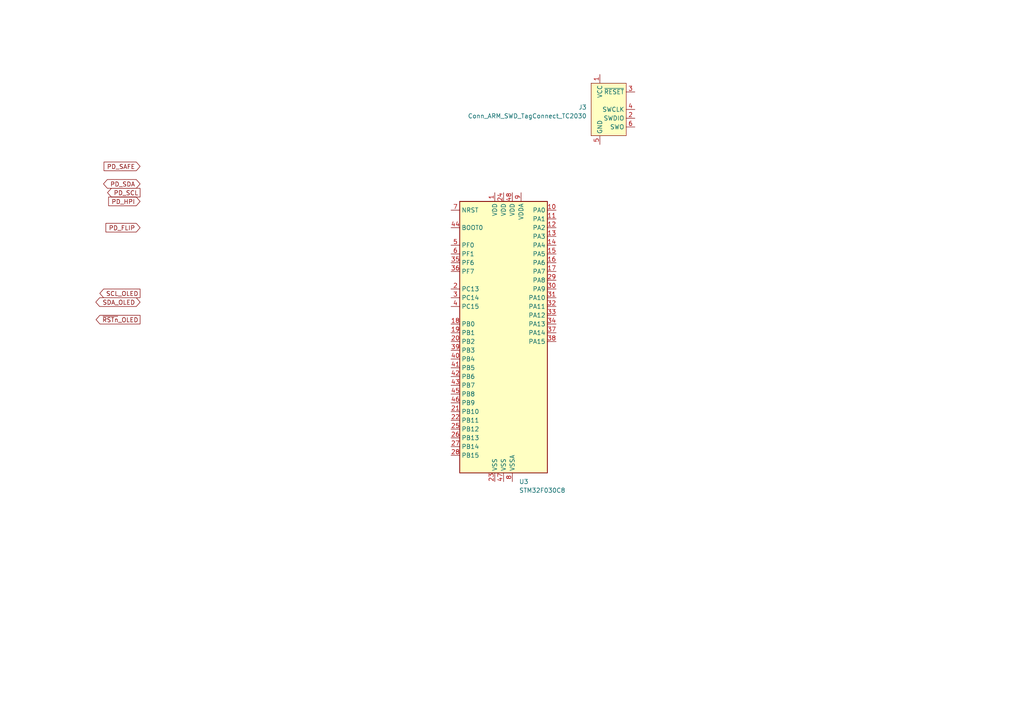
<source format=kicad_sch>
(kicad_sch (version 20230121) (generator eeschema)
  (paper "A4")
  (lib_symbols
    (symbol "Connector:Conn_ARM_SWD_TagConnect_TC2030" (in_bom no)
      (property "Reference" "J" (at 2.54 11.43 0))
      (property "Value" "Conn_ARM_SWD_TagConnect_TC2030" (at 5.08 8.89 0))
      (symbol "Conn_ARM_SWD_TagConnect_TC2030_0_0"
        (pin power_in line (at -2.54 10.16 270) (length 2.54) (name "VCC") (number "1"))
        (pin bidirectional line (at 7.62 -2.54 180) (length 2.54) (name "SWDIO") (number "2"))
        (pin open_collector line (at 7.62 5.08 180) (length 2.54) (name "~{RESET}") (number "3"))
        (pin output line (at 7.62 0 180) (length 2.54) (name "SWCLK") (number "4"))
        (pin power_in line (at -2.54 -10.16 90) (length 2.54) (name "GND") (number "5"))
        (pin input line (at 7.62 -5.08 180) (length 2.54) (name "SWO") (number "6"))
      )
      (symbol "Conn_ARM_SWD_TagConnect_TC2030_0_1"
        (rectangle (start -5.08 7.62) (end 5.08 -7.62) (fill (type background)))
      )
    )
    (symbol "Symbols:STM32F030C8"
      (property "Reference" "U" (at -12.7 41.91 0))
      (property "Value" "STM32F030C8" (at 7.62 41.91 0))
      (symbol "STM32F030C8_0_1"
        (rectangle (start -12.7 -38.1) (end 12.7 40.64) (stroke (width 0.254)) (fill (type background)))
      )
      (symbol "STM32F030C8_1_1"
        (pin power_in line (at -2.54 43.18 270) (length 2.54) (name "VDD") (number "1"))
        (pin bidirectional line (at 15.24 38.1 180) (length 2.54) (name "PA0") (number "10"))
        (pin bidirectional line (at 15.24 35.56 180) (length 2.54) (name "PA1") (number "11"))
        (pin bidirectional line (at 15.24 33.02 180) (length 2.54) (name "PA2") (number "12"))
        (pin bidirectional line (at 15.24 30.48 180) (length 2.54) (name "PA3") (number "13"))
        (pin bidirectional line (at 15.24 27.94 180) (length 2.54) (name "PA4") (number "14"))
        (pin bidirectional line (at 15.24 25.4 180) (length 2.54) (name "PA5") (number "15"))
        (pin bidirectional line (at 15.24 22.86 180) (length 2.54) (name "PA6") (number "16"))
        (pin bidirectional line (at 15.24 20.32 180) (length 2.54) (name "PA7") (number "17"))
        (pin bidirectional line (at -15.24 5.08 0) (length 2.54) (name "PB0") (number "18"))
        (pin bidirectional line (at -15.24 2.54 0) (length 2.54) (name "PB1") (number "19"))
        (pin bidirectional line (at -15.24 15.24 0) (length 2.54) (name "PC13") (number "2"))
        (pin bidirectional line (at -15.24 0 0) (length 2.54) (name "PB2") (number "20"))
        (pin bidirectional line (at -15.24 -20.32 0) (length 2.54) (name "PB10") (number "21"))
        (pin bidirectional line (at -15.24 -22.86 0) (length 2.54) (name "PB11") (number "22"))
        (pin power_in line (at -2.54 -40.64 90) (length 2.54) (name "VSS") (number "23"))
        (pin power_in line (at 0 43.18 270) (length 2.54) (name "VDD") (number "24"))
        (pin bidirectional line (at -15.24 -25.4 0) (length 2.54) (name "PB12") (number "25"))
        (pin bidirectional line (at -15.24 -27.94 0) (length 2.54) (name "PB13") (number "26"))
        (pin bidirectional line (at -15.24 -30.48 0) (length 2.54) (name "PB14") (number "27"))
        (pin bidirectional line (at -15.24 -33.02 0) (length 2.54) (name "PB15") (number "28"))
        (pin bidirectional line (at 15.24 17.78 180) (length 2.54) (name "PA8") (number "29"))
        (pin bidirectional line (at -15.24 12.7 0) (length 2.54) (name "PC14") (number "3"))
        (pin bidirectional line (at 15.24 15.24 180) (length 2.54) (name "PA9") (number "30"))
        (pin bidirectional line (at 15.24 12.7 180) (length 2.54) (name "PA10") (number "31"))
        (pin bidirectional line (at 15.24 10.16 180) (length 2.54) (name "PA11") (number "32"))
        (pin bidirectional line (at 15.24 7.62 180) (length 2.54) (name "PA12") (number "33"))
        (pin bidirectional line (at 15.24 5.08 180) (length 2.54) (name "PA13") (number "34"))
        (pin bidirectional line (at -15.24 22.86 0) (length 2.54) (name "PF6") (number "35"))
        (pin bidirectional line (at -15.24 20.32 0) (length 2.54) (name "PF7") (number "36"))
        (pin bidirectional line (at 15.24 2.54 180) (length 2.54) (name "PA14") (number "37"))
        (pin bidirectional line (at 15.24 0 180) (length 2.54) (name "PA15") (number "38"))
        (pin bidirectional line (at -15.24 -2.54 0) (length 2.54) (name "PB3") (number "39"))
        (pin bidirectional line (at -15.24 10.16 0) (length 2.54) (name "PC15") (number "4"))
        (pin bidirectional line (at -15.24 -5.08 0) (length 2.54) (name "PB4") (number "40"))
        (pin bidirectional line (at -15.24 -7.62 0) (length 2.54) (name "PB5") (number "41"))
        (pin bidirectional line (at -15.24 -10.16 0) (length 2.54) (name "PB6") (number "42"))
        (pin bidirectional line (at -15.24 -12.7 0) (length 2.54) (name "PB7") (number "43"))
        (pin input line (at -15.24 33.02 0) (length 2.54) (name "BOOT0") (number "44"))
        (pin bidirectional line (at -15.24 -15.24 0) (length 2.54) (name "PB8") (number "45"))
        (pin bidirectional line (at -15.24 -17.78 0) (length 2.54) (name "PB9") (number "46"))
        (pin passive line (at 0 -40.64 90) (length 2.54) (name "VSS") (number "47"))
        (pin power_in line (at 2.54 43.18 270) (length 2.54) (name "VDD") (number "48"))
        (pin bidirectional line (at -15.24 27.94 0) (length 2.54) (name "PF0") (number "5"))
        (pin bidirectional line (at -15.24 25.4 0) (length 2.54) (name "PF1") (number "6"))
        (pin input line (at -15.24 38.1 0) (length 2.54) (name "NRST") (number "7"))
        (pin power_in line (at 2.54 -40.64 90) (length 2.54) (name "VSSA") (number "8"))
        (pin power_in line (at 5.08 43.18 270) (length 2.54) (name "VDDA") (number "9"))
      )
    )
  )
  (global_label "SCL_OLED" (shape output) (at 40.64 85.09 180) (property "Intersheetrefs" "${INTERSHEET_REFS}" (effects hide)))
  (global_label "PD_HPI" (shape input) (at 40.64 58.42 180) (property "Intersheetrefs" "${INTERSHEET_REFS}" (effects hide)))
  (global_label "~{RSTn}_OLED" (shape output) (at 40.64 92.71 180) (property "Intersheetrefs" "${INTERSHEET_REFS}" (effects hide)))
  (global_label "PD_SDA" (shape bidirectional) (at 40.64 53.34 180) (property "Intersheetrefs" "${INTERSHEET_REFS}" (effects hide)))
  (global_label "PD_FLIP" (shape input) (at 40.64 66.04 180) (property "Intersheetrefs" "${INTERSHEET_REFS}" (effects hide)))
  (global_label "PD_SAFE" (shape input) (at 40.64 48.26 180) (property "Intersheetrefs" "${INTERSHEET_REFS}" (effects hide)))
  (global_label "SDA_OLED" (shape bidirectional) (at 40.64 87.63 180) (property "Intersheetrefs" "${INTERSHEET_REFS}" (effects hide)))
  (global_label "PD_SCL" (shape output) (at 40.64 55.88 180) (property "Intersheetrefs" "${INTERSHEET_REFS}" (effects hide)))
  (symbol (lib_id "Connector:Conn_ARM_SWD_TagConnect_TC2030") (at 176.53 31.75 0) (unit 1) (in_bom no)
    (property "Reference" "J3" (at 170.18 31.115 0) (effects (justify right)))
    (property "Value" "Conn_ARM_SWD_TagConnect_TC2030" (at 170.18 33.655 0) (effects (justify right)))
    (property "Footprint" "Connector:Tag-Connect_TC2030-IDC-FP_2x03_P1.27mm_Vertical" (effects hide))
    (property "Datasheet" "https://www.tag-connect.com/wp-content/uploads/bsk-pdf-manager/TC2030-CTX_1.pdf" (effects hide))
  )
  (symbol (lib_id "Symbols:STM32F030C8") (at 146.05 99.06 0) (unit 1)
    (property "Reference" "U3" (at 150.5459 139.7 0) (effects (justify left)))
    (property "Value" "STM32F030C8" (at 150.5459 142.24 0) (effects (justify left)))
    (property "Footprint" "Package_QFP:LQFP-48_7x7mm_P0.5mm" (effects hide))
    (property "Datasheet" "https://www.st.com/resource/en/datasheet/stm32f030c8.pdf" (effects hide))
  )
)
</source>
